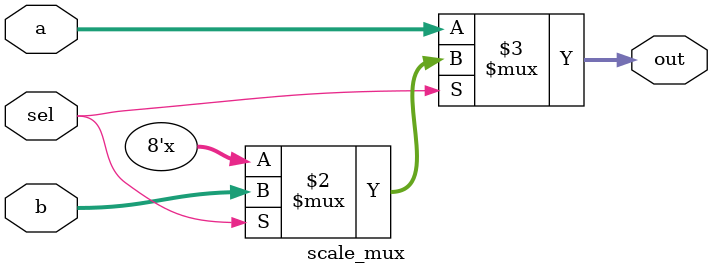
<source format=v>
module scale_mux (out, sel, b, a);

parameter size = 8; 

output [size-1:0] out;
input [size-1:0] b, a;
input sel;

assign out = (!sel) ? a :
                     (sel) ? b :
                     {size{1'bx}};

endmodule

</source>
